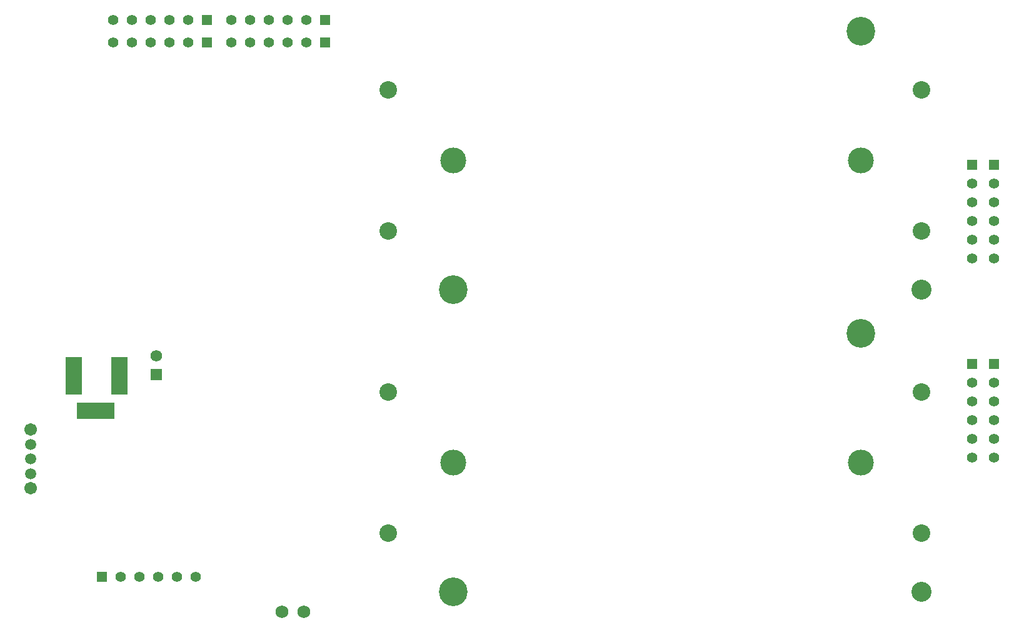
<source format=gbs>
G04*
G04 #@! TF.GenerationSoftware,Altium Limited,Altium Designer,24.5.2 (23)*
G04*
G04 Layer_Color=16711935*
%FSLAX44Y44*%
%MOMM*%
G71*
G04*
G04 #@! TF.SameCoordinates,7688A6CE-4724-4EBB-A06F-6B4FEE905E02*
G04*
G04*
G04 #@! TF.FilePolarity,Negative*
G04*
G01*
G75*
%ADD44C,1.7032*%
%ADD45C,1.5032*%
%ADD46C,1.7272*%
%ADD47R,1.4232X1.4232*%
%ADD48C,1.4232*%
%ADD49C,1.5732*%
%ADD50R,1.5732X1.5732*%
%ADD51R,2.2032X5.2032*%
%ADD52R,5.2032X2.2032*%
%ADD53R,1.4232X1.4232*%
%ADD54C,3.5132*%
%ADD55C,2.7132*%
%ADD56C,3.8832*%
%ADD57C,2.3782*%
D44*
X25000Y195000D02*
D03*
Y275000D02*
D03*
D45*
Y215000D02*
D03*
Y235000D02*
D03*
Y255000D02*
D03*
D46*
X395000Y28000D02*
D03*
X365000D02*
D03*
D47*
X121500Y75000D02*
D03*
X423500Y830000D02*
D03*
Y800000D02*
D03*
X263500Y800000D02*
D03*
Y830000D02*
D03*
D48*
X146900Y75000D02*
D03*
X172300D02*
D03*
X197700D02*
D03*
X223100D02*
D03*
X248500D02*
D03*
X398100Y830000D02*
D03*
X372700D02*
D03*
X347300D02*
D03*
X321900D02*
D03*
X296500D02*
D03*
X398100Y800000D02*
D03*
X372700D02*
D03*
X347300D02*
D03*
X321900D02*
D03*
X296500D02*
D03*
X238100Y800000D02*
D03*
X212700D02*
D03*
X187300D02*
D03*
X161900D02*
D03*
X136500D02*
D03*
X238100Y830000D02*
D03*
X212700D02*
D03*
X187300D02*
D03*
X161900D02*
D03*
X136500D02*
D03*
X1330000Y608100D02*
D03*
Y582700D02*
D03*
Y557300D02*
D03*
Y531900D02*
D03*
Y506500D02*
D03*
X1300000Y608100D02*
D03*
Y582700D02*
D03*
Y557300D02*
D03*
Y531900D02*
D03*
Y506500D02*
D03*
X1330000Y338100D02*
D03*
Y312700D02*
D03*
Y287300D02*
D03*
Y261900D02*
D03*
Y236500D02*
D03*
X1300000Y338100D02*
D03*
Y312700D02*
D03*
Y287300D02*
D03*
Y261900D02*
D03*
Y236500D02*
D03*
D49*
X195000Y375200D02*
D03*
D50*
Y349800D02*
D03*
D51*
X145000Y347500D02*
D03*
X83000D02*
D03*
D52*
X113000Y300500D02*
D03*
D53*
X1330000Y633500D02*
D03*
X1300000D02*
D03*
X1330000Y363500D02*
D03*
X1300000D02*
D03*
D54*
X1148900Y640150D02*
D03*
X596900D02*
D03*
X1148900Y230150D02*
D03*
X596900D02*
D03*
D55*
X1231100Y465000D02*
D03*
Y55000D02*
D03*
D56*
X596900Y465000D02*
D03*
X1148900Y815000D02*
D03*
X596900Y55000D02*
D03*
X1148900Y405000D02*
D03*
D57*
X1231100Y735650D02*
D03*
X508900D02*
D03*
Y544350D02*
D03*
X1231100D02*
D03*
Y325650D02*
D03*
X508900D02*
D03*
Y134350D02*
D03*
X1231100D02*
D03*
M02*

</source>
